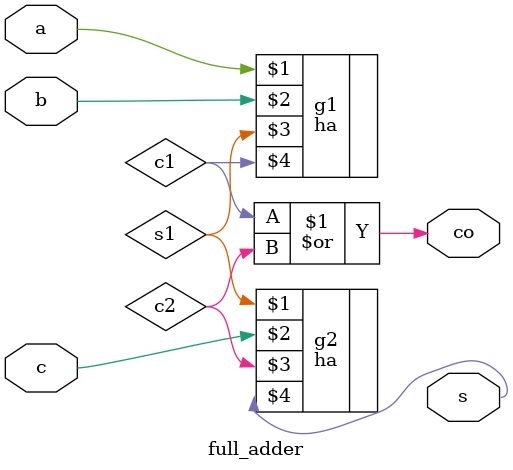
<source format=v>
module full_adder(
    input a,b,c,
    output s,co
    );
	 wire s1,c1,c2;
ha g1(a,b,s1,c1);
ha g2(s1,c,c2,s);
or g3(co,c1,c2);

endmodule

</source>
